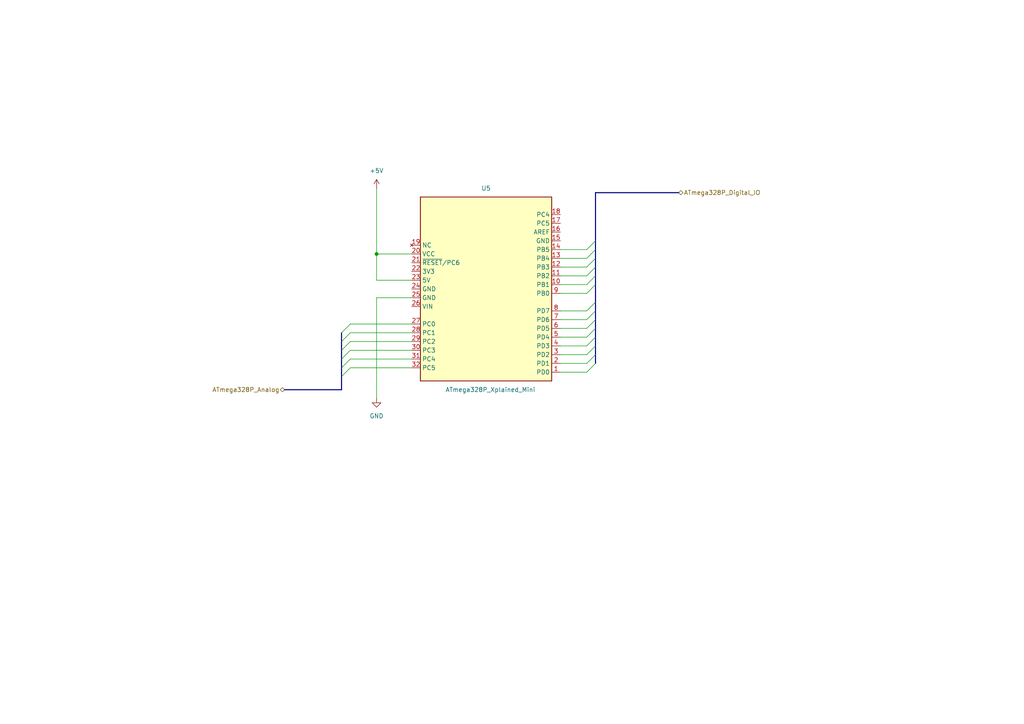
<source format=kicad_sch>
(kicad_sch (version 20230121) (generator eeschema)
  (paper "A4")
  (lib_symbols
    (symbol "kit_modules:ATmega328P_Xplained_mini"
      (property "Reference" "U" (at -8.89 -7.62 0))
      (symbol "ATmega328P_Xplained_mini_0_1"
        (rectangle (start -10.16 -8.89) (end 27.94 -62.23) (stroke (width 0.254)) (fill (type background)))
      )
      (symbol "ATmega328P_Xplained_mini_1_1"
        (pin bidirectional line (at 30.48 -59.69 180) (length 2.54) (name "PD0") (number "1"))
        (pin bidirectional line (at 30.48 -34.29 180) (length 2.54) (name "PB1") (number "10"))
        (pin bidirectional line (at 30.48 -31.75 180) (length 2.54) (name "PB2") (number "11"))
        (pin bidirectional line (at 30.48 -29.21 180) (length 2.54) (name "PB3") (number "12"))
        (pin bidirectional line (at 30.48 -26.67 180) (length 2.54) (name "PB4") (number "13"))
        (pin bidirectional line (at 30.48 -24.13 180) (length 2.54) (name "PB5") (number "14"))
        (pin power_in line (at 30.48 -21.59 180) (length 2.54) (name "GND") (number "15"))
        (pin passive line (at 30.48 -19.05 180) (length 2.54) (name "AREF") (number "16"))
        (pin bidirectional line (at 30.48 -16.51 180) (length 2.54) (name "PC5") (number "17"))
        (pin bidirectional line (at 30.48 -13.97 180) (length 2.54) (name "PC4") (number "18"))
        (pin no_connect line (at -12.7 -22.86 0) (length 2.54) (name "NC") (number "19"))
        (pin bidirectional line (at 30.48 -57.15 180) (length 2.54) (name "PD1") (number "2"))
        (pin power_in line (at -12.7 -25.4 0) (length 2.54) (name "VCC") (number "20"))
        (pin bidirectional line (at -12.7 -27.94 0) (length 2.54) (name "~{RESET}/PC6") (number "21"))
        (pin power_in line (at -12.7 -30.48 0) (length 2.54) (name "3V3") (number "22"))
        (pin power_in line (at -12.7 -33.02 0) (length 2.54) (name "5V") (number "23"))
        (pin power_in line (at -12.7 -35.56 0) (length 2.54) (name "GND") (number "24"))
        (pin power_in line (at -12.7 -38.1 0) (length 2.54) (name "GND") (number "25"))
        (pin power_in line (at -12.7 -40.64 0) (length 2.54) (name "VIN") (number "26"))
        (pin bidirectional line (at -12.7 -45.72 0) (length 2.54) (name "PC0") (number "27"))
        (pin bidirectional line (at -12.7 -48.26 0) (length 2.54) (name "PC1") (number "28"))
        (pin bidirectional line (at -12.7 -50.8 0) (length 2.54) (name "PC2") (number "29"))
        (pin bidirectional line (at 30.48 -54.61 180) (length 2.54) (name "PD2") (number "3"))
        (pin bidirectional line (at -12.7 -53.34 0) (length 2.54) (name "PC3") (number "30"))
        (pin bidirectional line (at -12.7 -55.88 0) (length 2.54) (name "PC4") (number "31"))
        (pin bidirectional line (at -12.7 -58.42 0) (length 2.54) (name "PC5") (number "32"))
        (pin bidirectional line (at 30.48 -52.07 180) (length 2.54) (name "PD3") (number "4"))
        (pin bidirectional line (at 30.48 -49.53 180) (length 2.54) (name "PD4") (number "5"))
        (pin bidirectional line (at 30.48 -46.99 180) (length 2.54) (name "PD5") (number "6"))
        (pin bidirectional line (at 30.48 -44.45 180) (length 2.54) (name "PD6") (number "7"))
        (pin bidirectional line (at 30.48 -41.91 180) (length 2.54) (name "PD7") (number "8"))
        (pin bidirectional line (at 30.48 -36.83 180) (length 2.54) (name "PB0") (number "9"))
      )
    )
    (symbol "power:+5V" (power) (pin_names (offset 0))
      (property "Value" "+5V" (at 0 3.556 0))
      (symbol "+5V_0_1"
        (polyline (pts (xy -0.762 1.27) (xy 0 2.54)))
        (polyline (pts (xy 0 0) (xy 0 2.54)))
        (polyline (pts (xy 0 2.54) (xy 0.762 1.27)))
      )
      (symbol "+5V_1_1"
        (pin power_in line (at 0 0 90) (length 0) hide (name "+5V") (number "1"))
      )
    )
    (symbol "power:GND" (power) (pin_names (offset 0))
      (property "Value" "GND" (at 0 -3.81 0))
      (symbol "GND_0_1"
        (polyline (pts (xy 0 0) (xy 0 -1.27) (xy 1.27 -1.27) (xy 0 -2.54) (xy -1.27 -1.27) (xy 0 -1.27)))
      )
      (symbol "GND_1_1"
        (pin power_in line (at 0 0 270) (length 0) hide (name "GND") (number "1"))
      )
    )
  )
  (junction (at 109.22 73.66))
  (bus_entry (at 99.06 96.52) (size 2.54 -2.54))
  (bus_entry (at 170.18 97.79) (size 2.54 -2.54))
  (bus_entry (at 170.18 95.25) (size 2.54 -2.54))
  (bus_entry (at 170.18 74.93) (size 2.54 -2.54))
  (bus_entry (at 170.18 72.39) (size 2.54 -2.54))
  (bus_entry (at 99.06 104.14) (size 2.54 -2.54))
  (bus_entry (at 170.18 82.55) (size 2.54 -2.54))
  (bus_entry (at 170.18 85.09) (size 2.54 -2.54))
  (bus_entry (at 170.18 107.95) (size 2.54 -2.54))
  (bus_entry (at 170.18 90.17) (size 2.54 -2.54))
  (bus_entry (at 170.18 102.87) (size 2.54 -2.54))
  (bus_entry (at 99.06 109.22) (size 2.54 -2.54))
  (bus_entry (at 99.06 101.6) (size 2.54 -2.54))
  (bus_entry (at 170.18 92.71) (size 2.54 -2.54))
  (bus_entry (at 170.18 105.41) (size 2.54 -2.54))
  (bus_entry (at 170.18 77.47) (size 2.54 -2.54))
  (bus_entry (at 99.06 99.06) (size 2.54 -2.54))
  (bus_entry (at 99.06 106.68) (size 2.54 -2.54))
  (bus_entry (at 170.18 100.33) (size 2.54 -2.54))
  (bus_entry (at 170.18 80.01) (size 2.54 -2.54))
  (bus (pts (xy 99.06 96.52) (xy 99.06 99.06)))
  (wire (pts (xy 162.56 100.33) (xy 170.18 100.33)))
  (wire (pts (xy 162.56 107.95) (xy 170.18 107.95)))
  (wire (pts (xy 101.6 96.52) (xy 119.38 96.52)))
  (wire (pts (xy 162.56 97.79) (xy 170.18 97.79)))
  (wire (pts (xy 101.6 101.6) (xy 119.38 101.6)))
  (wire (pts (xy 101.6 99.06) (xy 119.38 99.06)))
  (bus (pts (xy 99.06 101.6) (xy 99.06 104.14)))
  (wire (pts (xy 162.56 74.93) (xy 170.18 74.93)))
  (wire (pts (xy 162.56 90.17) (xy 170.18 90.17)))
  (wire (pts (xy 109.22 115.57) (xy 109.22 86.36)))
  (bus (pts (xy 172.72 105.41) (xy 172.72 102.87)))
  (wire (pts (xy 109.22 73.66) (xy 109.22 54.61)))
  (bus (pts (xy 172.72 102.87) (xy 172.72 100.33)))
  (bus (pts (xy 172.72 77.47) (xy 172.72 74.93)))
  (wire (pts (xy 109.22 81.28) (xy 109.22 73.66)))
  (wire (pts (xy 101.6 93.98) (xy 119.38 93.98)))
  (wire (pts (xy 162.56 85.09) (xy 170.18 85.09)))
  (wire (pts (xy 162.56 72.39) (xy 170.18 72.39)))
  (bus (pts (xy 99.06 104.14) (xy 99.06 106.68)))
  (bus (pts (xy 172.72 69.85) (xy 172.72 55.88)))
  (bus (pts (xy 99.06 109.22) (xy 99.06 113.03)))
  (bus (pts (xy 172.72 82.55) (xy 172.72 80.01)))
  (bus (pts (xy 172.72 87.63) (xy 172.72 82.55)))
  (wire (pts (xy 101.6 106.68) (xy 119.38 106.68)))
  (wire (pts (xy 162.56 102.87) (xy 170.18 102.87)))
  (wire (pts (xy 162.56 82.55) (xy 170.18 82.55)))
  (wire (pts (xy 101.6 104.14) (xy 119.38 104.14)))
  (bus (pts (xy 99.06 99.06) (xy 99.06 101.6)))
  (wire (pts (xy 162.56 92.71) (xy 170.18 92.71)))
  (bus (pts (xy 172.72 72.39) (xy 172.72 69.85)))
  (bus (pts (xy 172.72 74.93) (xy 172.72 72.39)))
  (wire (pts (xy 162.56 95.25) (xy 170.18 95.25)))
  (bus (pts (xy 172.72 95.25) (xy 172.72 92.71)))
  (bus (pts (xy 172.72 80.01) (xy 172.72 77.47)))
  (wire (pts (xy 162.56 80.01) (xy 170.18 80.01)))
  (wire (pts (xy 162.56 77.47) (xy 170.18 77.47)))
  (bus (pts (xy 172.72 92.71) (xy 172.72 90.17)))
  (bus (pts (xy 172.72 55.88) (xy 196.85 55.88)))
  (bus (pts (xy 99.06 106.68) (xy 99.06 109.22)))
  (wire (pts (xy 109.22 86.36) (xy 119.38 86.36)))
  (wire (pts (xy 162.56 105.41) (xy 170.18 105.41)))
  (bus (pts (xy 172.72 100.33) (xy 172.72 97.79)))
  (bus (pts (xy 82.55 113.03) (xy 99.06 113.03)))
  (wire (pts (xy 119.38 81.28) (xy 109.22 81.28)))
  (wire (pts (xy 109.22 73.66) (xy 119.38 73.66)))
  (bus (pts (xy 172.72 97.79) (xy 172.72 95.25)))
  (bus (pts (xy 172.72 90.17) (xy 172.72 87.63)))
  (hierarchical_label "ATmega328P_Analog" (shape bidirectional) (at 82.55 113.03 180))
  (hierarchical_label "ATmega328P_Digital_IO" (shape bidirectional) (at 196.85 55.88 0))
  (symbol (lib_id "kit_modules:ATmega328P_Xplained_mini") (at 132.08 48.26 0) (unit 1)
    (property "Reference" "U5" (at 140.97 54.61 0))
    (property "Value" "ATmega328P_Xplained_Mini" (at 142.24 113.03 0))
    (property "Footprint" "kit_modules:ATmega328P_Xplained_Mini" (effects hide))
  )
  (symbol (lib_id "power:GND") (at 109.22 115.57 0) (unit 1)
    (property "Reference" "#PWR032" (effects hide))
    (property "Value" "GND" (at 109.22 120.65 0))
  )
  (symbol (lib_id "power:+5V") (at 109.22 54.61 0) (unit 1)
    (property "Reference" "#PWR031" (effects hide))
    (property "Value" "+5V" (at 109.22 49.53 0))
  )
)
</source>
